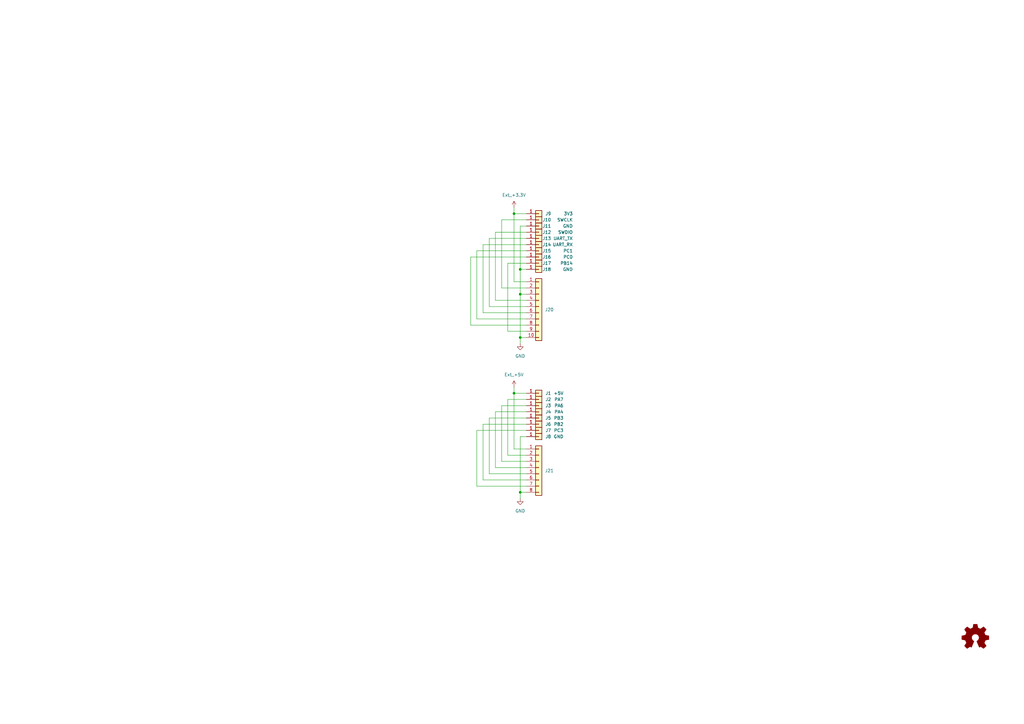
<source format=kicad_sch>
(kicad_sch (version 20230121) (generator eeschema)
  (paper "A3")
  (title_block (title "Clean") (date "2023-04-09") (rev "Rev 1") (company "Binary-6"))
  (lib_symbols
    (symbol "Connector_Generic:Conn_01x01" (pin_names (offset 1.016) hide)
      (property "Reference" "J" (at 0 2.54 0))
      (property "Value" "Conn_01x01" (at 0 -2.54 0))
      (symbol "Conn_01x01_1_1"
        (rectangle (start -1.27 0.127) (end 0 -0.127) (stroke (width 0.1524)))
        (rectangle (start -1.27 1.27) (end 1.27 -1.27) (stroke (width 0.254)) (fill (type background)))
        (pin passive line (at -5.08 0 0) (length 3.81) (name "Pin_1") (number "1"))
      )
    )
    (symbol "Connector_Generic:Conn_01x08" (pin_names (offset 1.016) hide)
      (property "Reference" "J" (at 0 10.16 0))
      (property "Value" "Conn_01x08" (at 0 -12.7 0))
      (symbol "Conn_01x08_1_1"
        (rectangle (start -1.27 -10.033) (end 0 -10.287) (stroke (width 0.1524)))
        (rectangle (start -1.27 -7.493) (end 0 -7.747) (stroke (width 0.1524)))
        (rectangle (start -1.27 -4.953) (end 0 -5.207) (stroke (width 0.1524)))
        (rectangle (start -1.27 -2.413) (end 0 -2.667) (stroke (width 0.1524)))
        (rectangle (start -1.27 0.127) (end 0 -0.127) (stroke (width 0.1524)))
        (rectangle (start -1.27 2.667) (end 0 2.413) (stroke (width 0.1524)))
        (rectangle (start -1.27 5.207) (end 0 4.953) (stroke (width 0.1524)))
        (rectangle (start -1.27 7.747) (end 0 7.493) (stroke (width 0.1524)))
        (rectangle (start -1.27 8.89) (end 1.27 -11.43) (stroke (width 0.254)) (fill (type background)))
        (pin passive line (at -5.08 7.62 0) (length 3.81) (name "Pin_1") (number "1"))
        (pin passive line (at -5.08 5.08 0) (length 3.81) (name "Pin_2") (number "2"))
        (pin passive line (at -5.08 2.54 0) (length 3.81) (name "Pin_3") (number "3"))
        (pin passive line (at -5.08 0 0) (length 3.81) (name "Pin_4") (number "4"))
        (pin passive line (at -5.08 -2.54 0) (length 3.81) (name "Pin_5") (number "5"))
        (pin passive line (at -5.08 -5.08 0) (length 3.81) (name "Pin_6") (number "6"))
        (pin passive line (at -5.08 -7.62 0) (length 3.81) (name "Pin_7") (number "7"))
        (pin passive line (at -5.08 -10.16 0) (length 3.81) (name "Pin_8") (number "8"))
      )
    )
    (symbol "Connector_Generic:Conn_01x10" (pin_names (offset 1.016) hide)
      (property "Reference" "J" (at 0 12.7 0))
      (property "Value" "Conn_01x10" (at 0 -15.24 0))
      (symbol "Conn_01x10_1_1"
        (rectangle (start -1.27 -12.573) (end 0 -12.827) (stroke (width 0.1524)))
        (rectangle (start -1.27 -10.033) (end 0 -10.287) (stroke (width 0.1524)))
        (rectangle (start -1.27 -7.493) (end 0 -7.747) (stroke (width 0.1524)))
        (rectangle (start -1.27 -4.953) (end 0 -5.207) (stroke (width 0.1524)))
        (rectangle (start -1.27 -2.413) (end 0 -2.667) (stroke (width 0.1524)))
        (rectangle (start -1.27 0.127) (end 0 -0.127) (stroke (width 0.1524)))
        (rectangle (start -1.27 2.667) (end 0 2.413) (stroke (width 0.1524)))
        (rectangle (start -1.27 5.207) (end 0 4.953) (stroke (width 0.1524)))
        (rectangle (start -1.27 7.747) (end 0 7.493) (stroke (width 0.1524)))
        (rectangle (start -1.27 10.287) (end 0 10.033) (stroke (width 0.1524)))
        (rectangle (start -1.27 11.43) (end 1.27 -13.97) (stroke (width 0.254)) (fill (type background)))
        (pin passive line (at -5.08 10.16 0) (length 3.81) (name "Pin_1") (number "1"))
        (pin passive line (at -5.08 -12.7 0) (length 3.81) (name "Pin_10") (number "10"))
        (pin passive line (at -5.08 7.62 0) (length 3.81) (name "Pin_2") (number "2"))
        (pin passive line (at -5.08 5.08 0) (length 3.81) (name "Pin_3") (number "3"))
        (pin passive line (at -5.08 2.54 0) (length 3.81) (name "Pin_4") (number "4"))
        (pin passive line (at -5.08 0 0) (length 3.81) (name "Pin_5") (number "5"))
        (pin passive line (at -5.08 -2.54 0) (length 3.81) (name "Pin_6") (number "6"))
        (pin passive line (at -5.08 -5.08 0) (length 3.81) (name "Pin_7") (number "7"))
        (pin passive line (at -5.08 -7.62 0) (length 3.81) (name "Pin_8") (number "8"))
        (pin passive line (at -5.08 -10.16 0) (length 3.81) (name "Pin_9") (number "9"))
      )
    )
    (symbol "Graphic:Logo_Open_Hardware_Small" (in_bom no) (on_board no)
      (symbol "Logo_Open_Hardware_Small_0_1"
        (polyline (pts (xy 3.3528 -4.3434) (xy 3.302 -4.318) (xy 3.175 -4.2418) (xy 2.9972 -4.1148) (xy 2.7686 -3.9624) (xy 2.54 -3.81) (xy 2.3622 -3.7084) (xy 2.2352 -3.6068) (xy 2.1844 -3.5814) (xy 2.159 -3.6068) (xy 2.0574 -3.6576) (xy 1.905 -3.7338) (xy 1.8034 -3.7846) (xy 1.6764 -3.8354) (xy 1.6002 -3.8354) (xy 1.6002 -3.8354) (xy 1.5494 -3.7338) (xy 1.4732 -3.5306) (xy 1.3462 -3.302) (xy 1.2446 -3.0226) (xy 1.1176 -2.7178) (xy 0.9652 -2.413) (xy 0.8636 -2.1082) (xy 0.7366 -1.8288) (xy 0.6604 -1.6256) (xy 0.6096 -1.4732) (xy 0.5842 -1.397) (xy 0.5842 -1.397) (xy 0.6604 -1.3208) (xy 0.7874 -1.2446) (xy 1.0414 -1.016) (xy 1.2954 -0.6858) (xy 1.4478 -0.3302) (xy 1.524 0.0762) (xy 1.4732 0.4572) (xy 1.3208 0.8128) (xy 1.0668 1.143) (xy 0.762 1.3716) (xy 0.4064 1.524) (xy 0 1.5748) (xy -0.381 1.5494) (xy -0.7366 1.397) (xy -1.0668 1.143) (xy -1.2192 0.9906) (xy -1.397 0.6604) (xy -1.524 0.3048) (xy -1.524 0.2286) (xy -1.4986 -0.1778) (xy -1.397 -0.5334) (xy -1.1938 -0.8636) (xy -0.9144 -1.143) (xy -0.8636 -1.1684) (xy -0.7366 -1.27) (xy -0.635 -1.3462) (xy -0.5842 -1.397) (xy -1.0668 -2.5908) (xy -1.143 -2.794) (xy -1.2954 -3.1242) (xy -1.397 -3.4036) (xy -1.4986 -3.6322) (xy -1.5748 -3.7846) (xy -1.6002 -3.8354) (xy -1.6002 -3.8354) (xy -1.651 -3.8354) (xy -1.7272 -3.81) (xy -1.905 -3.7338) (xy -2.0066 -3.683) (xy -2.1336 -3.6068) (xy -2.2098 -3.5814) (xy -2.2606 -3.6068) (xy -2.3622 -3.683) (xy -2.54 -3.81) (xy -2.7686 -3.9624) (xy -2.9718 -4.0894) (xy -3.1496 -4.2164) (xy -3.302 -4.318) (xy -3.3528 -4.3434) (xy -3.3782 -4.3434) (xy -3.429 -4.318) (xy -3.5306 -4.2164) (xy -3.7084 -4.064) (xy -3.937 -3.8354) (xy -3.9624 -3.81) (xy -4.1656 -3.6068) (xy -4.318 -3.4544) (xy -4.4196 -3.3274) (xy -4.445 -3.2766) (xy -4.445 -3.2766) (xy -4.4196 -3.2258) (xy -4.318 -3.0734) (xy -4.2164 -2.8956) (xy -4.064 -2.667) (xy -3.6576 -2.0828) (xy -3.8862 -1.5494) (xy -3.937 -1.3716) (xy -4.0386 -1.1684) (xy -4.0894 -1.0414) (xy -4.1148 -0.9652) (xy -4.191 -0.9398) (xy -4.318 -0.9144) (xy -4.5466 -0.8636) (xy -4.8006 -0.8128) (xy -5.0546 -0.7874) (xy -5.2578 -0.7366) (xy -5.4356 -0.7112) (xy -5.5118 -0.6858) (xy -5.5118 -0.6858) (xy -5.5372 -0.635) (xy -5.5372 -0.5588) (xy -5.5372 -0.4318) (xy -5.5626 -0.2286) (xy -5.5626 0.0762) (xy -5.5626 0.127) (xy -5.5372 0.4064) (xy -5.5372 0.635) (xy -5.5372 0.762) (xy -5.5372 0.8382) (xy -5.5372 0.8382) (xy -5.461 0.8382) (xy -5.3086 0.889) (xy -5.08 0.9144) (xy -4.826 0.9652) (xy -4.8006 0.9906) (xy -4.5466 1.0414) (xy -4.318 1.0668) (xy -4.1656 1.1176) (xy -4.0894 1.143) (xy -4.0894 1.143) (xy -4.0386 1.2446) (xy -3.9624 1.4224) (xy -3.8608 1.6256) (xy -3.7846 1.8288) (xy -3.7084 2.0066) (xy -3.6576 2.159) (xy -3.6322 2.2098) (xy -3.6322 2.2098) (xy -3.683 2.286) (xy -3.7592 2.413) (xy -3.8862 2.5908) (xy -4.064 2.8194) (xy -4.064 2.8448) (xy -4.2164 3.0734) (xy -4.3434 3.2512) (xy -4.4196 3.3782) (xy -4.445 3.4544) (xy -4.445 3.4544) (xy -4.3942 3.5052) (xy -4.2926 3.6322) (xy -4.1148 3.81) (xy -3.937 4.0132) (xy -3.8608 4.064) (xy -3.6576 4.2926) (xy -3.5052 4.4196) (xy -3.4036 4.4958) (xy -3.3528 4.5212) (xy -3.3528 4.5212) (xy -3.302 4.4704) (xy -3.1496 4.3688) (xy -2.9718 4.2418) (xy -2.7432 4.0894) (xy -2.7178 4.0894) (xy -2.4892 3.937) (xy -2.3114 3.81) (xy -2.1844 3.7084) (xy -2.1336 3.683) (xy -2.1082 3.683) (xy -2.032 3.7084) (xy -1.8542 3.7592) (xy -1.6764 3.8354) (xy -1.4732 3.937) (xy -1.27 4.0132) (xy -1.143 4.064) (xy -1.0668 4.1148) (xy -1.0668 4.1148) (xy -1.0414 4.191) (xy -1.016 4.3434) (xy -0.9652 4.572) (xy -0.9144 4.8514) (xy -0.889 4.9022) (xy -0.8382 5.1562) (xy -0.8128 5.3848) (xy -0.7874 5.5372) (xy -0.762 5.588) (xy -0.7112 5.6134) (xy -0.5842 5.6134) (xy -0.4064 5.6134) (xy -0.1524 5.6134) (xy 0.0762 5.6134) (xy 0.3302 5.6134) (xy 0.5334 5.6134) (xy 0.6858 5.588) (xy 0.7366 5.588) (xy 0.7366 5.588) (xy 0.762 5.5118) (xy 0.8128 5.334) (xy 0.8382 5.1054) (xy 0.9144 4.826) (xy 0.9144 4.7752) (xy 0.9652 4.5212) (xy 1.016 4.2926) (xy 1.0414 4.1402) (xy 1.0668 4.0894) (xy 1.0668 4.0894) (xy 1.1938 4.0386) (xy 1.3716 3.9624) (xy 1.5748 3.8608) (xy 2.0828 3.6576) (xy 2.7178 4.0894) (xy 2.7686 4.1402) (xy 2.9972 4.2926) (xy 3.175 4.4196) (xy 3.302 4.4958) (xy 3.3782 4.5212) (xy 3.3782 4.5212) (xy 3.429 4.4704) (xy 3.556 4.3434) (xy 3.7338 4.191) (xy 3.9116 3.9878) (xy 4.064 3.8354) (xy 4.2418 3.6576) (xy 4.3434 3.556) (xy 4.4196 3.4798) (xy 4.4196 3.429) (xy 4.4196 3.4036) (xy 4.3942 3.3274) (xy 4.2926 3.2004) (xy 4.1656 2.9972) (xy 4.0132 2.794) (xy 3.8862 2.5908) (xy 3.7592 2.3876) (xy 3.6576 2.2352) (xy 3.6322 2.159) (xy 3.6322 2.1336) (xy 3.683 2.0066) (xy 3.7592 1.8288) (xy 3.8608 1.6002) (xy 4.064 1.1176) (xy 4.3942 1.0414) (xy 4.5974 1.016) (xy 4.8768 0.9652) (xy 5.1308 0.9144) (xy 5.5372 0.8382) (xy 5.5626 -0.6604) (xy 5.4864 -0.6858) (xy 5.4356 -0.6858) (xy 5.2832 -0.7366) (xy 5.0546 -0.762) (xy 4.8006 -0.8128) (xy 4.5974 -0.8636) (xy 4.3688 -0.9144) (xy 4.2164 -0.9398) (xy 4.1402 -0.9398) (xy 4.1148 -0.9652) (xy 4.064 -1.0668) (xy 3.9878 -1.2446) (xy 3.9116 -1.4478) (xy 3.81 -1.651) (xy 3.7338 -1.8542) (xy 3.683 -2.0066) (xy 3.6576 -2.0828) (xy 3.683 -2.1336) (xy 3.7846 -2.2606) (xy 3.8862 -2.4638) (xy 4.0386 -2.667) (xy 4.191 -2.8956) (xy 4.318 -3.0734) (xy 4.3942 -3.2004) (xy 4.445 -3.2766) (xy 4.4196 -3.3274) (xy 4.3434 -3.429) (xy 4.1656 -3.5814) (xy 3.937 -3.8354) (xy 3.8862 -3.8608) (xy 3.683 -4.064) (xy 3.5306 -4.2164) (xy 3.4036 -4.318) (xy 3.3528 -4.3434)) (fill (type outline)))
      )
    )
    (symbol "MeineBibli:Ext_+3.3V" (power) (pin_names (offset 0))
      (property "Value" "Ext_+3.3V" (at 0 3.556 0))
      (symbol "Ext_+3.3V_0_1"
        (polyline (pts (xy -0.762 1.27) (xy 0 2.54)))
        (polyline (pts (xy 0 0) (xy 0 2.54)))
        (polyline (pts (xy 0 2.54) (xy 0.762 1.27)))
      )
      (symbol "Ext_+3.3V_1_1"
        (pin power_in line (at 0 0 90) (length 0) hide (name "Ext_+3.3V") (number "1"))
      )
    )
    (symbol "MeineBibli:Ext_+5V" (power) (pin_names (offset 0))
      (property "Value" "Ext_+5V" (at 0 3.556 0))
      (symbol "Ext_+5V_0_1"
        (polyline (pts (xy -0.762 1.27) (xy 0 2.54)))
        (polyline (pts (xy 0 0) (xy 0 2.54)))
        (polyline (pts (xy 0 2.54) (xy 0.762 1.27)))
      )
      (symbol "Ext_+5V_1_1"
        (pin power_in line (at 0 0 90) (length 0) hide (name "Ext_+5V") (number "1"))
      )
    )
    (symbol "power:GND" (power) (pin_names (offset 0))
      (property "Value" "GND" (at 0 -3.81 0))
      (symbol "GND_0_1"
        (polyline (pts (xy 0 0) (xy 0 -1.27) (xy 1.27 -1.27) (xy 0 -2.54) (xy -1.27 -1.27) (xy 0 -1.27)))
      )
      (symbol "GND_1_1"
        (pin power_in line (at 0 0 270) (length 0) hide (name "GND") (number "1"))
      )
    )
  )
  (junction (at 213.36 120.65))
  (junction (at 210.82 87.63))
  (junction (at 213.36 201.93))
  (junction (at 213.36 110.49))
  (junction (at 213.36 138.43))
  (junction (at 210.82 161.29))
  (wire (pts (xy 215.9 201.93) (xy 213.36 201.93)))
  (wire (pts (xy 215.9 176.53) (xy 195.58 176.53)))
  (wire (pts (xy 208.28 107.95) (xy 208.28 135.89)))
  (wire (pts (xy 213.36 179.07) (xy 215.9 179.07)))
  (wire (pts (xy 200.66 97.79) (xy 215.9 97.79)))
  (wire (pts (xy 215.9 191.77) (xy 203.2 191.77)))
  (wire (pts (xy 215.9 133.35) (xy 193.04 133.35)))
  (wire (pts (xy 205.74 189.23) (xy 205.74 166.37)))
  (wire (pts (xy 208.28 186.69) (xy 208.28 163.83)))
  (wire (pts (xy 215.9 128.27) (xy 198.12 128.27)))
  (wire (pts (xy 215.9 168.91) (xy 203.2 168.91)))
  (wire (pts (xy 195.58 102.87) (xy 215.9 102.87)))
  (wire (pts (xy 215.9 125.73) (xy 200.66 125.73)))
  (wire (pts (xy 215.9 123.19) (xy 203.2 123.19)))
  (wire (pts (xy 205.74 166.37) (xy 215.9 166.37)))
  (wire (pts (xy 215.9 138.43) (xy 213.36 138.43)))
  (wire (pts (xy 198.12 100.33) (xy 215.9 100.33)))
  (wire (pts (xy 215.9 107.95) (xy 208.28 107.95)))
  (wire (pts (xy 215.9 120.65) (xy 213.36 120.65)))
  (wire (pts (xy 213.36 110.49) (xy 215.9 110.49)))
  (wire (pts (xy 208.28 135.89) (xy 215.9 135.89)))
  (wire (pts (xy 215.9 115.57) (xy 210.82 115.57)))
  (wire (pts (xy 210.82 85.09) (xy 210.82 87.63)))
  (wire (pts (xy 208.28 163.83) (xy 215.9 163.83)))
  (wire (pts (xy 215.9 118.11) (xy 205.74 118.11)))
  (wire (pts (xy 200.66 125.73) (xy 200.66 97.79)))
  (wire (pts (xy 213.36 138.43) (xy 213.36 140.97)))
  (wire (pts (xy 203.2 191.77) (xy 203.2 168.91)))
  (wire (pts (xy 193.04 105.41) (xy 215.9 105.41)))
  (wire (pts (xy 200.66 194.31) (xy 200.66 171.45)))
  (wire (pts (xy 195.58 130.81) (xy 195.58 102.87)))
  (wire (pts (xy 213.36 92.71) (xy 213.36 110.49)))
  (wire (pts (xy 210.82 161.29) (xy 210.82 184.15)))
  (wire (pts (xy 210.82 158.75) (xy 210.82 161.29)))
  (wire (pts (xy 210.82 87.63) (xy 215.9 87.63)))
  (wire (pts (xy 205.74 90.17) (xy 215.9 90.17)))
  (wire (pts (xy 215.9 194.31) (xy 200.66 194.31)))
  (wire (pts (xy 195.58 199.39) (xy 195.58 176.53)))
  (wire (pts (xy 205.74 118.11) (xy 205.74 90.17)))
  (wire (pts (xy 213.36 201.93) (xy 213.36 204.47)))
  (wire (pts (xy 213.36 201.93) (xy 213.36 179.07)))
  (wire (pts (xy 213.36 110.49) (xy 213.36 120.65)))
  (wire (pts (xy 193.04 133.35) (xy 193.04 105.41)))
  (wire (pts (xy 200.66 171.45) (xy 215.9 171.45)))
  (wire (pts (xy 215.9 92.71) (xy 213.36 92.71)))
  (wire (pts (xy 215.9 186.69) (xy 208.28 186.69)))
  (wire (pts (xy 198.12 128.27) (xy 198.12 100.33)))
  (wire (pts (xy 215.9 199.39) (xy 195.58 199.39)))
  (wire (pts (xy 215.9 130.81) (xy 195.58 130.81)))
  (wire (pts (xy 215.9 189.23) (xy 205.74 189.23)))
  (wire (pts (xy 210.82 161.29) (xy 215.9 161.29)))
  (wire (pts (xy 198.12 173.99) (xy 215.9 173.99)))
  (wire (pts (xy 215.9 196.85) (xy 198.12 196.85)))
  (wire (pts (xy 210.82 87.63) (xy 210.82 115.57)))
  (wire (pts (xy 203.2 95.25) (xy 215.9 95.25)))
  (wire (pts (xy 213.36 120.65) (xy 213.36 138.43)))
  (wire (pts (xy 198.12 196.85) (xy 198.12 173.99)))
  (wire (pts (xy 203.2 123.19) (xy 203.2 95.25)))
  (wire (pts (xy 210.82 184.15) (xy 215.9 184.15)))
  (symbol (lib_id "power:GND") (at 213.36 204.47 0) (mirror y) (unit 1)
    (property "Reference" "#PWR031" (effects hide))
    (property "Value" "GND" (at 213.36 209.55 0))
  )
  (symbol (lib_id "Connector_Generic:Conn_01x01") (at 220.98 107.95 0) (unit 1)
    (property "Reference" "J17" (at 226.06 107.95 0) (effects (justify right)))
    (property "Value" "PB14" (at 234.95 107.95 0) (effects (justify right)))
    (property "Footprint" "MeineBib:Board-Board-1mmEdge-2,54mm" (effects hide))
    (property "LCSC" "-" (effects hide))
  )
  (symbol (lib_id "Connector_Generic:Conn_01x01") (at 220.98 102.87 0) (unit 1)
    (property "Reference" "J15" (at 226.06 102.87 0) (effects (justify right)))
    (property "Value" "PC1" (at 234.95 102.87 0) (effects (justify right)))
    (property "Footprint" "MeineBib:Board-Board-1mmEdge-2,54mm" (effects hide))
    (property "LCSC" "-" (effects hide))
  )
  (symbol (lib_id "Connector_Generic:Conn_01x01") (at 220.98 179.07 0) (unit 1)
    (property "Reference" "J8" (at 226.06 179.07 0) (effects (justify right)))
    (property "Value" "GND" (at 231.14 179.07 0) (effects (justify right)))
    (property "Footprint" "MeineBib:Board-Board-1mmEdge-2,54mm" (effects hide))
    (property "LCSC" "-" (effects hide))
  )
  (symbol (lib_id "Connector_Generic:Conn_01x01") (at 220.98 100.33 0) (unit 1)
    (property "Reference" "J14" (at 226.06 100.33 0) (effects (justify right)))
    (property "Value" "UART_RX" (at 234.95 100.33 0) (effects (justify right)))
    (property "Footprint" "MeineBib:Board-Board-1mmEdge-2,54mm" (effects hide))
    (property "LCSC" "-" (effects hide))
  )
  (symbol (lib_id "Connector_Generic:Conn_01x01") (at 220.98 90.17 0) (unit 1)
    (property "Reference" "J10" (at 226.06 90.17 0) (effects (justify right)))
    (property "Value" "SWCLK" (at 234.95 90.17 0) (effects (justify right)))
    (property "Footprint" "MeineBib:Board-Board-1mmEdge-2,54mm" (effects hide))
    (property "LCSC" "-" (effects hide))
  )
  (symbol (lib_id "Connector_Generic:Conn_01x01") (at 220.98 87.63 0) (unit 1)
    (property "Reference" "J9" (at 226.06 87.63 0) (effects (justify right)))
    (property "Value" "3V3" (at 234.95 87.63 0) (effects (justify right)))
    (property "Footprint" "MeineBib:Board-Board-1mmEdge-2,54mm" (effects hide))
    (property "LCSC" "-" (effects hide))
  )
  (symbol (lib_id "Connector_Generic:Conn_01x01") (at 220.98 173.99 0) (unit 1)
    (property "Reference" "J6" (at 226.06 173.99 0) (effects (justify right)))
    (property "Value" "PB2" (at 231.14 173.99 0) (effects (justify right)))
    (property "Footprint" "MeineBib:Board-Board-1mmEdge-2,54mm" (effects hide))
    (property "LCSC" "-" (effects hide))
  )
  (symbol (lib_id "power:GND") (at 213.36 140.97 0) (mirror y) (unit 1)
    (property "Reference" "#PWR030" (effects hide))
    (property "Value" "GND" (at 213.36 146.05 0))
  )
  (symbol (lib_id "Connector_Generic:Conn_01x01") (at 220.98 105.41 0) (unit 1)
    (property "Reference" "J16" (at 226.06 105.41 0) (effects (justify right)))
    (property "Value" "PC0" (at 234.95 105.41 0) (effects (justify right)))
    (property "Footprint" "MeineBib:Board-Board-1mmEdge-2,54mm" (effects hide))
    (property "LCSC" "-" (effects hide))
  )
  (symbol (lib_id "Graphic:Logo_Open_Hardware_Small") (at 400.05 261.62 0) (unit 1) (in_bom no) (on_board no)
    (property "Reference" "#SYM1" (effects hide))
    (property "Value" "Logo_Open_Hardware_Small" (effects hide))
    (property "Sim.Enable" "0" (effects hide))
  )
  (symbol (lib_id "Connector_Generic:Conn_01x01") (at 220.98 163.83 0) (unit 1)
    (property "Reference" "J2" (at 226.06 163.83 0) (effects (justify right)))
    (property "Value" "PA7" (at 231.14 163.83 0) (effects (justify right)))
    (property "Footprint" "MeineBib:Board-Board-1mmEdge-2,54mm" (effects hide))
    (property "LCSC" "-" (effects hide))
  )
  (symbol (lib_id "Connector_Generic:Conn_01x01") (at 220.98 171.45 0) (unit 1)
    (property "Reference" "J5" (at 226.06 171.45 0) (effects (justify right)))
    (property "Value" "PB3" (at 231.14 171.45 0) (effects (justify right)))
    (property "Footprint" "MeineBib:Board-Board-1mmEdge-2,54mm" (effects hide))
    (property "LCSC" "-" (effects hide))
  )
  (symbol (lib_id "Connector_Generic:Conn_01x01") (at 220.98 97.79 0) (unit 1)
    (property "Reference" "J13" (at 226.06 97.79 0) (effects (justify right)))
    (property "Value" "UART_TX" (at 234.95 97.79 0) (effects (justify right)))
    (property "Footprint" "MeineBib:Board-Board-1mmEdge-2,54mm" (effects hide))
    (property "LCSC" "-" (effects hide))
  )
  (symbol (lib_id "Connector_Generic:Conn_01x01") (at 220.98 95.25 0) (unit 1)
    (property "Reference" "J12" (at 226.06 95.25 0) (effects (justify right)))
    (property "Value" "SWDIO" (at 234.95 95.25 0) (effects (justify right)))
    (property "Footprint" "MeineBib:Board-Board-1mmEdge-2,54mm" (effects hide))
    (property "LCSC" "-" (effects hide))
  )
  (symbol (lib_id "Connector_Generic:Conn_01x01") (at 220.98 161.29 0) (unit 1)
    (property "Reference" "J1" (at 226.06 161.29 0) (effects (justify right)))
    (property "Value" "+5V" (at 231.14 161.29 0) (effects (justify right)))
    (property "Footprint" "MeineBib:Board-Board-1mmEdge-2,54mm" (effects hide))
    (property "LCSC" "-" (effects hide))
  )
  (symbol (lib_id "Connector_Generic:Conn_01x01") (at 220.98 92.71 0) (unit 1)
    (property "Reference" "J11" (at 226.06 92.71 0) (effects (justify right)))
    (property "Value" "GND" (at 234.95 92.71 0) (effects (justify right)))
    (property "Footprint" "MeineBib:Board-Board-1mmEdge-2,54mm" (effects hide))
    (property "LCSC" "-" (effects hide))
  )
  (symbol (lib_id "Connector_Generic:Conn_01x10") (at 220.98 125.73 0) (unit 1)
    (property "Reference" "J20" (at 223.52 126.9999 0) (effects (justify left)))
    (property "Value" "Conn_01x10" (effects hide))
    (property "Footprint" "Connector_PinHeader_2.54mm:PinHeader_1x10_P2.54mm_Vertical" (effects hide))
    (property "LCSC" "-" (effects hide))
  )
  (symbol (lib_id "Connector_Generic:Conn_01x01") (at 220.98 176.53 0) (unit 1)
    (property "Reference" "J7" (at 226.06 176.53 0) (effects (justify right)))
    (property "Value" "PC3" (at 231.14 176.53 0) (effects (justify right)))
    (property "Footprint" "MeineBib:Board-Board-1mmEdge-2,54mm" (effects hide))
    (property "LCSC" "-" (effects hide))
  )
  (symbol (lib_id "MeineBibli:Ext_+3.3V") (at 210.82 85.09 0) (unit 1)
    (property "Reference" "#PWR028" (effects hide))
    (property "Value" "Ext_+3.3V" (at 210.82 80.01 0))
  )
  (symbol (lib_id "Connector_Generic:Conn_01x01") (at 220.98 166.37 0) (unit 1)
    (property "Reference" "J3" (at 226.06 166.37 0) (effects (justify right)))
    (property "Value" "PA6" (at 231.14 166.37 0) (effects (justify right)))
    (property "Footprint" "MeineBib:Board-Board-1mmEdge-2,54mm" (effects hide))
    (property "LCSC" "-" (effects hide))
  )
  (symbol (lib_id "Connector_Generic:Conn_01x08") (at 220.98 191.77 0) (unit 1)
    (property "Reference" "J21" (at 223.52 193.0399 0) (effects (justify left)))
    (property "Value" "Conn_01x08" (effects hide))
    (property "Footprint" "Connector_PinHeader_2.54mm:PinHeader_1x08_P2.54mm_Vertical" (effects hide))
    (property "LCSC" "-" (effects hide))
  )
  (symbol (lib_id "MeineBibli:Ext_+5V") (at 210.82 158.75 0) (unit 1)
    (property "Reference" "#PWR029" (effects hide))
    (property "Value" "Ext_+5V" (at 210.82 153.67 0))
  )
  (symbol (lib_id "Connector_Generic:Conn_01x01") (at 220.98 110.49 0) (unit 1)
    (property "Reference" "J18" (at 226.06 110.49 0) (effects (justify right)))
    (property "Value" "GND" (at 234.95 110.49 0) (effects (justify right)))
    (property "Footprint" "MeineBib:Board-Board-1mmEdge-2,54mm" (effects hide))
    (property "LCSC" "-" (effects hide))
  )
  (symbol (lib_id "Connector_Generic:Conn_01x01") (at 220.98 168.91 0) (unit 1)
    (property "Reference" "J4" (at 226.06 168.91 0) (effects (justify right)))
    (property "Value" "PA4" (at 231.14 168.91 0) (effects (justify right)))
    (property "Footprint" "MeineBib:Board-Board-1mmEdge-2,54mm" (effects hide))
    (property "LCSC" "-" (effects hide))
  )
)
</source>
